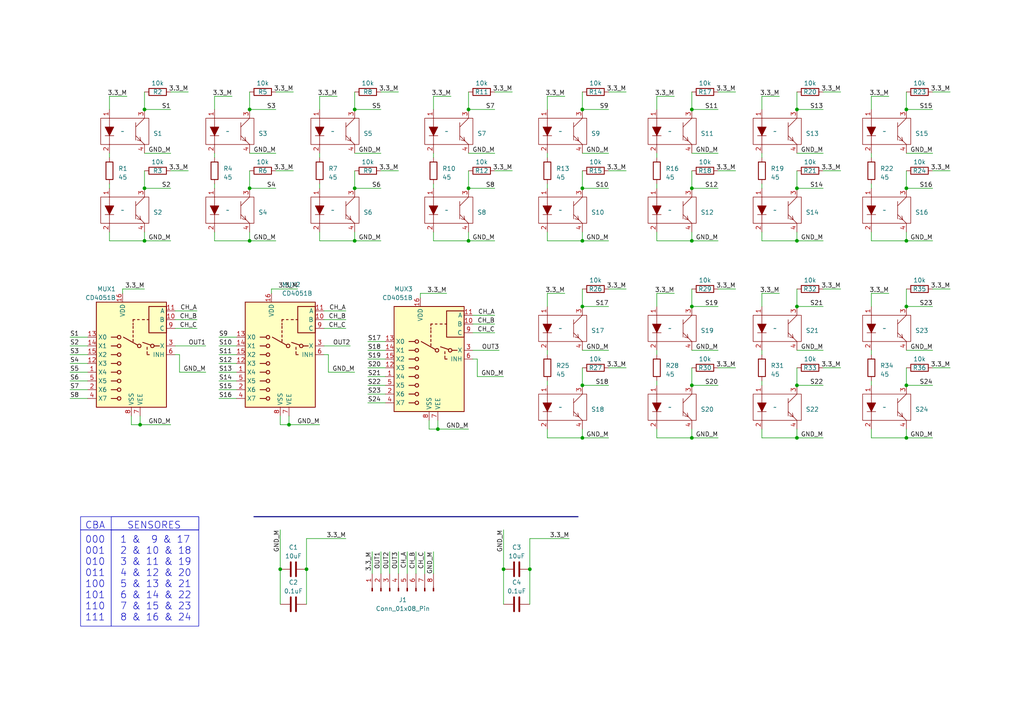
<source format=kicad_sch>
(kicad_sch (version 20231120) (generator "eeschema") (generator_version "8.0")
  (paper "A4")
  (lib_symbols
    (symbol "Connector:Conn_01x08_Pin" (pin_names (offset 1.016) hide)
      (property "Reference" "J" (at 0 10.16 0))
      (property "Value" "Conn_01x08_Pin" (at 0 -12.7 0))
      (symbol "Conn_01x08_Pin_1_1"
        (polyline (pts (xy 1.27 -10.16) (xy 0.8636 -10.16)) (stroke (width 0.1524)))
        (polyline (pts (xy 1.27 -7.62) (xy 0.8636 -7.62)) (stroke (width 0.1524)))
        (polyline (pts (xy 1.27 -5.08) (xy 0.8636 -5.08)) (stroke (width 0.1524)))
        (polyline (pts (xy 1.27 -2.54) (xy 0.8636 -2.54)) (stroke (width 0.1524)))
        (polyline (pts (xy 1.27 0) (xy 0.8636 0)) (stroke (width 0.1524)))
        (polyline (pts (xy 1.27 2.54) (xy 0.8636 2.54)) (stroke (width 0.1524)))
        (polyline (pts (xy 1.27 5.08) (xy 0.8636 5.08)) (stroke (width 0.1524)))
        (polyline (pts (xy 1.27 7.62) (xy 0.8636 7.62)) (stroke (width 0.1524)))
        (rectangle (start 0.8636 -10.033) (end 0 -10.287) (stroke (width 0.1524)) (fill (type outline)))
        (rectangle (start 0.8636 -7.493) (end 0 -7.747) (stroke (width 0.1524)) (fill (type outline)))
        (rectangle (start 0.8636 -4.953) (end 0 -5.207) (stroke (width 0.1524)) (fill (type outline)))
        (rectangle (start 0.8636 -2.413) (end 0 -2.667) (stroke (width 0.1524)) (fill (type outline)))
        (rectangle (start 0.8636 0.127) (end 0 -0.127) (stroke (width 0.1524)) (fill (type outline)))
        (rectangle (start 0.8636 2.667) (end 0 2.413) (stroke (width 0.1524)) (fill (type outline)))
        (rectangle (start 0.8636 5.207) (end 0 4.953) (stroke (width 0.1524)) (fill (type outline)))
        (rectangle (start 0.8636 7.747) (end 0 7.493) (stroke (width 0.1524)) (fill (type outline)))
        (pin passive line (at 5.08 7.62 180) (length 3.81) (name "Pin_1") (number "1"))
        (pin passive line (at 5.08 5.08 180) (length 3.81) (name "Pin_2") (number "2"))
        (pin passive line (at 5.08 2.54 180) (length 3.81) (name "Pin_3") (number "3"))
        (pin passive line (at 5.08 0 180) (length 3.81) (name "Pin_4") (number "4"))
        (pin passive line (at 5.08 -2.54 180) (length 3.81) (name "Pin_5") (number "5"))
        (pin passive line (at 5.08 -5.08 180) (length 3.81) (name "Pin_6") (number "6"))
        (pin passive line (at 5.08 -7.62 180) (length 3.81) (name "Pin_7") (number "7"))
        (pin passive line (at 5.08 -10.16 180) (length 3.81) (name "Pin_8") (number "8"))
      )
    )
    (symbol "Device:C" (pin_numbers hide) (pin_names (offset 0.254))
      (property "Reference" "C" (at 0.635 2.54 0))
      (property "Value" "C" (at 0.635 -2.54 0))
      (symbol "C_0_1"
        (polyline (pts (xy -2.032 -0.762) (xy 2.032 -0.762)) (stroke (width 0.508)))
        (polyline (pts (xy -2.032 0.762) (xy 2.032 0.762)) (stroke (width 0.508)))
      )
      (symbol "C_1_1"
        (pin passive line (at 0 3.81 270) (length 2.794) (name "~") (number "1"))
        (pin passive line (at 0 -3.81 90) (length 2.794) (name "~") (number "2"))
      )
    )
    (symbol "Device:R" (pin_numbers hide) (pin_names (offset 0))
      (property "Reference" "R" (at 2.032 0 90))
      (property "Value" "R" (at 0 0 90))
      (symbol "R_0_1"
        (rectangle (start -1.016 -2.54) (end 1.016 2.54) (stroke (width 0.254)))
      )
      (symbol "R_1_1"
        (pin passive line (at 0 3.81 270) (length 1.27) (name "~") (number "1"))
        (pin passive line (at 0 -3.81 90) (length 1.27) (name "~") (number "2"))
      )
    )
    (symbol "R_1" (pin_numbers hide) (pin_names (offset 0))
      (property "Reference" "R2" (at 0 0 90))
      (property "Value" "10k" (at 2.54 0 90))
      (symbol "R_1_0_1"
        (rectangle (start -1.016 -2.54) (end 1.016 2.54) (stroke (width 0.254)))
      )
      (symbol "R_1_1_1"
        (pin passive line (at 0 3.81 270) (length 1.27) (name "~") (number "1"))
        (pin passive line (at 0 -3.81 90) (length 1.27) (name "~") (number "2"))
      )
    )
    (symbol "custom_symbols:ITR8307_SMD"
      (property "Reference" "S1" (at 8.89 -0.635 0))
      (property "Value" "~" (at 0 0 0))
      (symbol "ITR8307_SMD_0_1"
        (rectangle (start -6.35 3.81) (end 7.62 -3.81))
        (polyline (pts (xy -5.08 -1.27) (xy -2.54 -1.27)))
        (polyline (pts (xy -3.81 3.81) (xy -3.81 -3.81)))
        (polyline (pts (xy 3.81 2.54) (xy 3.81 -2.54)))
        (polyline (pts (xy 5.2578 -2.7686) (xy 4.2164 -2.4892)))
        (polyline (pts (xy 5.2832 -2.7178) (xy 5.0292 -1.6764)))
        (polyline (pts (xy 6.35 -3.81) (xy 3.81 -1.27)))
        (polyline (pts (xy 6.35 3.81) (xy 3.81 1.27)))
        (polyline (pts (xy -5.08 1.27) (xy -2.54 1.27) (xy -3.81 -1.27) (xy -5.08 1.27)) (fill (type outline)))
      )
      (symbol "ITR8307_SMD_1_1"
        (pin input line (at -3.81 6.35 270) (length 2.54) (name "~") (number "1"))
        (pin power_in line (at -3.81 -6.35 90) (length 2.54) (name "~") (number "2"))
        (pin open_collector line (at 6.35 6.35 270) (length 2.54) (name "~") (number "3"))
        (pin power_in line (at 6.35 -6.35 90) (length 2.54) (name "~") (number "4"))
      )
    )
    (symbol "custom_symbols:MUX_CD4051B"
      (property "Reference" "MUX1" (at 4.4959 19.05 0))
      (property "Value" "CD4051B" (at 4.4959 16.51 0))
      (symbol "MUX_CD4051B_0_1"
        (rectangle (start -10.16 6.35) (end -5.08 13.97) (stroke (width 0.254)))
        (rectangle (start -10.16 15.24) (end 10.16 -15.24) (stroke (width 0.254)) (fill (type background)))
        (circle (center -6.096 2.54) (radius 0.508) (stroke (width 0.254)))
        (circle (center -2.286 2.54) (radius 0.508) (stroke (width 0.254)))
        (polyline (pts (xy -8.128 2.54) (xy -6.604 2.54)) (stroke (width 0.254)))
        (polyline (pts (xy -5.588 2.794) (xy -3.302 3.556)) (stroke (width 0.254)))
        (polyline (pts (xy -4.572 0) (xy -5.207 0)) (stroke (width 0.254)))
        (polyline (pts (xy -4.572 0.254) (xy -4.572 0.889)) (stroke (width 0.254)))
        (polyline (pts (xy -4.572 1.524) (xy -4.572 2.159)) (stroke (width 0.254)))
        (polyline (pts (xy -4.572 10.16) (xy -5.08 10.16)) (stroke (width 0.254)))
        (polyline (pts (xy -3.81 10.16) (xy -3.175 10.16)) (stroke (width 0.254)))
        (polyline (pts (xy -1.778 2.794) (xy 2.286 5.08)) (stroke (width 0.254)))
        (polyline (pts (xy -1.778 10.16) (xy -2.286 10.16)) (stroke (width 0.254)))
        (polyline (pts (xy -0.508 3.81) (xy -0.508 4.445)) (stroke (width 0.254)))
        (polyline (pts (xy -0.508 5.08) (xy -0.508 5.715)) (stroke (width 0.254)))
        (polyline (pts (xy -0.508 6.35) (xy -0.508 6.985)) (stroke (width 0.254)))
        (polyline (pts (xy -0.508 7.62) (xy -0.508 8.255)) (stroke (width 0.254)))
        (polyline (pts (xy -0.508 8.636) (xy -0.508 9.144)) (stroke (width 0.254)))
        (polyline (pts (xy -0.508 9.652) (xy -0.508 10.16)) (stroke (width 0.254)))
        (polyline (pts (xy -0.508 10.16) (xy -1.016 10.16)) (stroke (width 0.254)))
        (polyline (pts (xy 4.064 -12.7) (xy 5.842 -12.7)) (stroke (width 0.254)))
        (polyline (pts (xy 4.064 -10.16) (xy 5.842 -10.16)) (stroke (width 0.254)))
        (polyline (pts (xy 4.064 -7.62) (xy 5.842 -7.62)) (stroke (width 0.254)))
        (polyline (pts (xy 4.064 -5.08) (xy 5.842 -5.08)) (stroke (width 0.254)))
        (polyline (pts (xy 4.064 -2.54) (xy 5.842 -2.54)) (stroke (width 0.254)))
        (polyline (pts (xy 4.064 0) (xy 5.842 0)) (stroke (width 0.254)))
        (polyline (pts (xy 4.064 2.54) (xy 5.842 2.54)) (stroke (width 0.254)))
        (polyline (pts (xy 4.064 5.08) (xy 5.842 5.08)) (stroke (width 0.254)))
        (circle (center 3.556 -12.7) (radius 0.508) (stroke (width 0.254)))
        (circle (center 3.556 -10.16) (radius 0.508) (stroke (width 0.254)))
        (circle (center 3.556 -7.62) (radius 0.508) (stroke (width 0.254)))
        (circle (center 3.556 -5.08) (radius 0.508) (stroke (width 0.254)))
        (circle (center 3.556 -2.54) (radius 0.508) (stroke (width 0.254)))
        (circle (center 3.556 0) (radius 0.508) (stroke (width 0.254)))
        (circle (center 3.556 2.54) (radius 0.508) (stroke (width 0.254)))
        (circle (center 3.556 5.08) (radius 0.508) (stroke (width 0.254)))
      )
      (symbol "MUX_CD4051B_1_1"
        (pin bidirectional line (at 12.7 -5.08 180) (length 2.54) (name "X4") (number "1"))
        (pin input line (at -12.7 10.16 0) (length 2.54) (name "B") (number "10"))
        (pin input line (at -12.7 12.7 0) (length 2.54) (name "A") (number "11"))
        (pin bidirectional line (at 12.7 -2.54 180) (length 2.54) (name "X3") (number "12"))
        (pin bidirectional line (at 12.7 5.08 180) (length 2.54) (name "X0") (number "13"))
        (pin bidirectional line (at 12.7 2.54 180) (length 2.54) (name "X1") (number "14"))
        (pin bidirectional line (at 12.7 0 180) (length 2.54) (name "X2") (number "15"))
        (pin power_in line (at 2.54 17.78 270) (length 2.54) (name "VDD") (number "16"))
        (pin bidirectional line (at 12.7 -10.16 180) (length 2.54) (name "X6") (number "2"))
        (pin bidirectional line (at -12.7 2.54 0) (length 2.54) (name "X") (number "3"))
        (pin bidirectional line (at 12.7 -12.7 180) (length 2.54) (name "X7") (number "4"))
        (pin bidirectional line (at 12.7 -7.62 180) (length 2.54) (name "X5") (number "5"))
        (pin input line (at -12.7 0 0) (length 2.54) (name "INH") (number "6"))
        (pin power_in line (at -2.54 -17.78 90) (length 2.54) (name "VEE") (number "7"))
        (pin power_in line (at 0 -17.78 90) (length 2.54) (name "VSS") (number "8"))
        (pin input line (at -12.7 7.62 0) (length 2.54) (name "C") (number "9"))
      )
    )
  )
  (junction (at 168.91 111.76))
  (junction (at 102.87 69.85))
  (junction (at 200.66 69.85))
  (junction (at 262.89 127))
  (junction (at 262.89 54.61))
  (junction (at 41.91 31.75))
  (junction (at 200.66 127))
  (junction (at 135.89 54.61))
  (junction (at 41.91 69.85))
  (junction (at 262.89 31.75))
  (junction (at 231.14 127))
  (junction (at 231.14 31.75))
  (junction (at 135.89 69.85))
  (junction (at 231.14 111.76))
  (junction (at 102.87 31.75))
  (junction (at 168.91 88.9))
  (junction (at 231.14 54.61))
  (junction (at 146.05 165.1))
  (junction (at 231.14 69.85))
  (junction (at 83.82 123.19))
  (junction (at 72.39 69.85))
  (junction (at 88.9 165.1))
  (junction (at 102.87 54.61))
  (junction (at 72.39 54.61))
  (junction (at 81.28 165.1))
  (junction (at 262.89 88.9))
  (junction (at 40.64 123.19))
  (junction (at 135.89 31.75))
  (junction (at 200.66 31.75))
  (junction (at 168.91 31.75))
  (junction (at 200.66 88.9))
  (junction (at 231.14 88.9))
  (junction (at 127 124.46))
  (junction (at 72.39 31.75))
  (junction (at 200.66 111.76))
  (junction (at 153.67 165.1))
  (junction (at 168.91 69.85))
  (junction (at 168.91 54.61))
  (junction (at 262.89 111.76))
  (junction (at 168.91 127))
  (junction (at 41.91 54.61))
  (junction (at 200.66 54.61))
  (junction (at 262.89 69.85))
  (wire (pts (xy 168.91 127) (xy 168.91 124.46)))
  (wire (pts (xy 208.28 26.67) (xy 213.36 26.67)))
  (wire (pts (xy 72.39 26.67) (xy 72.39 31.75)))
  (wire (pts (xy 72.39 54.61) (xy 80.01 54.61)))
  (wire (pts (xy 41.91 44.45) (xy 49.53 44.45)))
  (wire (pts (xy 135.89 49.53) (xy 135.89 54.61)))
  (wire (pts (xy 200.66 31.75) (xy 208.28 31.75)))
  (wire (pts (xy 231.14 127) (xy 231.14 124.46)))
  (wire (pts (xy 41.91 26.67) (xy 41.91 31.75)))
  (wire (pts (xy 127 121.92) (xy 127 124.46)))
  (wire (pts (xy 238.76 106.68) (xy 243.84 106.68)))
  (wire (pts (xy 220.98 85.09) (xy 220.98 88.9)))
  (wire (pts (xy 158.75 127) (xy 168.91 127)))
  (wire (pts (xy 41.91 31.75) (xy 49.53 31.75)))
  (wire (pts (xy 35.56 83.82) (xy 35.56 85.09)))
  (wire (pts (xy 31.75 53.34) (xy 31.75 54.61)))
  (wire (pts (xy 158.75 85.09) (xy 158.75 88.9)))
  (wire (pts (xy 110.49 26.67) (xy 115.57 26.67)))
  (wire (pts (xy 125.73 27.94) (xy 130.81 27.94)))
  (wire (pts (xy 127 124.46) (xy 135.89 124.46)))
  (wire (pts (xy 86.36 83.82) (xy 78.74 83.82)))
  (wire (pts (xy 92.71 27.94) (xy 92.71 31.75)))
  (wire (pts (xy 262.89 69.85) (xy 262.89 67.31)))
  (wire (pts (xy 176.53 127) (xy 168.91 127)))
  (wire (pts (xy 62.23 27.94) (xy 67.31 27.94)))
  (wire (pts (xy 231.14 26.67) (xy 231.14 31.75)))
  (wire (pts (xy 252.73 44.45) (xy 252.73 45.72)))
  (wire (pts (xy 20.32 97.79) (xy 25.4 97.79)))
  (wire (pts (xy 238.76 83.82) (xy 243.84 83.82)))
  (wire (pts (xy 231.14 54.61) (xy 238.76 54.61)))
  (wire (pts (xy 231.14 101.6) (xy 238.76 101.6)))
  (wire (pts (xy 50.8 100.33) (xy 59.69 100.33)))
  (wire (pts (xy 20.32 100.33) (xy 25.4 100.33)))
  (wire (pts (xy 168.91 26.67) (xy 168.91 31.75)))
  (wire (pts (xy 102.87 31.75) (xy 110.49 31.75)))
  (wire (pts (xy 20.32 115.57) (xy 25.4 115.57)))
  (wire (pts (xy 41.91 49.53) (xy 41.91 54.61)))
  (wire (pts (xy 208.28 49.53) (xy 213.36 49.53)))
  (wire (pts (xy 220.98 127) (xy 231.14 127)))
  (wire (pts (xy 50.8 92.71) (xy 57.15 92.71)))
  (wire (pts (xy 176.53 69.85) (xy 168.91 69.85)))
  (wire (pts (xy 63.5 115.57) (xy 68.58 115.57)))
  (wire (pts (xy 190.5 85.09) (xy 195.58 85.09)))
  (wire (pts (xy 146.05 165.1) (xy 146.05 175.26)))
  (wire (pts (xy 41.91 69.85) (xy 41.91 67.31)))
  (wire (pts (xy 80.01 26.67) (xy 85.09 26.67)))
  (wire (pts (xy 31.75 67.31) (xy 31.75 69.85)))
  (wire (pts (xy 262.89 127) (xy 262.89 124.46)))
  (wire (pts (xy 118.11 160.02) (xy 118.11 166.37)))
  (wire (pts (xy 200.66 111.76) (xy 208.28 111.76)))
  (wire (pts (xy 190.5 85.09) (xy 190.5 88.9)))
  (wire (pts (xy 231.14 88.9) (xy 238.76 88.9)))
  (wire (pts (xy 125.73 69.85) (xy 135.89 69.85)))
  (wire (pts (xy 92.71 67.31) (xy 92.71 69.85)))
  (wire (pts (xy 190.5 27.94) (xy 190.5 31.75)))
  (wire (pts (xy 158.75 69.85) (xy 168.91 69.85)))
  (wire (pts (xy 93.98 95.25) (xy 100.33 95.25)))
  (wire (pts (xy 158.75 27.94) (xy 158.75 31.75)))
  (wire (pts (xy 129.54 85.09) (xy 121.92 85.09)))
  (wire (pts (xy 153.67 165.1) (xy 153.67 175.26)))
  (wire (pts (xy 165.1 156.21) (xy 153.67 156.21)))
  (wire (pts (xy 270.51 106.68) (xy 275.59 106.68)))
  (wire (pts (xy 92.71 27.94) (xy 97.79 27.94)))
  (wire (pts (xy 20.32 113.03) (xy 25.4 113.03)))
  (wire (pts (xy 158.75 27.94) (xy 163.83 27.94)))
  (wire (pts (xy 63.5 107.95) (xy 68.58 107.95)))
  (wire (pts (xy 102.87 54.61) (xy 110.49 54.61)))
  (wire (pts (xy 93.98 90.17) (xy 100.33 90.17)))
  (wire (pts (xy 63.5 100.33) (xy 68.58 100.33)))
  (wire (pts (xy 158.75 53.34) (xy 158.75 54.61)))
  (wire (pts (xy 92.71 44.45) (xy 92.71 45.72)))
  (wire (pts (xy 238.76 26.67) (xy 243.84 26.67)))
  (wire (pts (xy 20.32 110.49) (xy 25.4 110.49)))
  (wire (pts (xy 190.5 67.31) (xy 190.5 69.85)))
  (wire (pts (xy 81.28 123.19) (xy 83.82 123.19)))
  (wire (pts (xy 252.73 101.6) (xy 252.73 102.87)))
  (wire (pts (xy 238.76 127) (xy 231.14 127)))
  (wire (pts (xy 63.5 110.49) (xy 68.58 110.49)))
  (wire (pts (xy 200.66 69.85) (xy 200.66 67.31)))
  (wire (pts (xy 168.91 31.75) (xy 176.53 31.75)))
  (wire (pts (xy 72.39 44.45) (xy 80.01 44.45)))
  (wire (pts (xy 63.5 102.87) (xy 68.58 102.87)))
  (wire (pts (xy 106.68 99.06) (xy 111.76 99.06)))
  (wire (pts (xy 80.01 69.85) (xy 72.39 69.85)))
  (wire (pts (xy 262.89 83.82) (xy 262.89 88.9)))
  (wire (pts (xy 59.69 107.95) (xy 52.07 107.95)))
  (wire (pts (xy 262.89 111.76) (xy 270.51 111.76)))
  (wire (pts (xy 208.28 106.68) (xy 213.36 106.68)))
  (wire (pts (xy 102.87 49.53) (xy 102.87 54.61)))
  (wire (pts (xy 168.91 44.45) (xy 176.53 44.45)))
  (wire (pts (xy 252.73 127) (xy 262.89 127)))
  (wire (pts (xy 231.14 44.45) (xy 238.76 44.45)))
  (wire (pts (xy 102.87 44.45) (xy 110.49 44.45)))
  (wire (pts (xy 137.16 96.52) (xy 143.51 96.52)))
  (wire (pts (xy 190.5 44.45) (xy 190.5 45.72)))
  (wire (pts (xy 125.73 160.02) (xy 125.73 166.37)))
  (wire (pts (xy 80.01 49.53) (xy 85.09 49.53)))
  (wire (pts (xy 81.28 165.1) (xy 81.28 175.26)))
  (wire (pts (xy 50.8 95.25) (xy 57.15 95.25)))
  (wire (pts (xy 168.91 101.6) (xy 176.53 101.6)))
  (wire (pts (xy 144.78 101.6) (xy 137.16 101.6)))
  (wire (pts (xy 72.39 31.75) (xy 80.01 31.75)))
  (wire (pts (xy 88.9 156.21) (xy 88.9 165.1)))
  (wire (pts (xy 176.53 26.67) (xy 181.61 26.67)))
  (wire (pts (xy 220.98 101.6) (xy 220.98 102.87)))
  (wire (pts (xy 49.53 26.67) (xy 54.61 26.67)))
  (wire (pts (xy 115.57 160.02) (xy 115.57 166.37)))
  (wire (pts (xy 106.68 114.3) (xy 111.76 114.3)))
  (wire (pts (xy 31.75 27.94) (xy 36.83 27.94)))
  (wire (pts (xy 262.89 101.6) (xy 270.51 101.6)))
  (wire (pts (xy 63.5 97.79) (xy 68.58 97.79)))
  (wire (pts (xy 50.8 90.17) (xy 57.15 90.17)))
  (wire (pts (xy 190.5 127) (xy 200.66 127)))
  (wire (pts (xy 220.98 110.49) (xy 220.98 111.76)))
  (wire (pts (xy 41.91 54.61) (xy 49.53 54.61)))
  (wire (pts (xy 40.64 123.19) (xy 49.53 123.19)))
  (wire (pts (xy 81.28 120.65) (xy 81.28 123.19)))
  (wire (pts (xy 38.1 123.19) (xy 40.64 123.19)))
  (wire (pts (xy 252.73 27.94) (xy 257.81 27.94)))
  (wire (pts (xy 123.19 160.02) (xy 123.19 166.37)))
  (wire (pts (xy 200.66 83.82) (xy 200.66 88.9)))
  (wire (pts (xy 168.91 88.9) (xy 176.53 88.9)))
  (wire (pts (xy 262.89 106.68) (xy 262.89 111.76)))
  (wire (pts (xy 95.25 102.87) (xy 95.25 107.95)))
  (wire (pts (xy 238.76 69.85) (xy 231.14 69.85)))
  (wire (pts (xy 252.73 85.09) (xy 257.81 85.09)))
  (wire (pts (xy 88.9 165.1) (xy 88.9 175.26)))
  (wire (pts (xy 231.14 69.85) (xy 231.14 67.31)))
  (wire (pts (xy 135.89 54.61) (xy 143.51 54.61)))
  (wire (pts (xy 168.91 106.68) (xy 168.91 111.76)))
  (wire (pts (xy 41.91 83.82) (xy 35.56 83.82)))
  (wire (pts (xy 100.33 156.21) (xy 88.9 156.21)))
  (wire (pts (xy 52.07 102.87) (xy 52.07 107.95)))
  (wire (pts (xy 220.98 124.46) (xy 220.98 127)))
  (wire (pts (xy 168.91 83.82) (xy 168.91 88.9)))
  (wire (pts (xy 93.98 102.87) (xy 95.25 102.87)))
  (wire (pts (xy 92.71 53.34) (xy 92.71 54.61)))
  (wire (pts (xy 31.75 27.94) (xy 31.75 31.75)))
  (wire (pts (xy 106.68 116.84) (xy 111.76 116.84)))
  (wire (pts (xy 146.05 109.22) (xy 138.43 109.22)))
  (wire (pts (xy 62.23 44.45) (xy 62.23 45.72)))
  (wire (pts (xy 262.89 88.9) (xy 270.51 88.9)))
  (wire (pts (xy 92.71 69.85) (xy 102.87 69.85)))
  (wire (pts (xy 208.28 69.85) (xy 200.66 69.85)))
  (wire (pts (xy 20.32 107.95) (xy 25.4 107.95)))
  (wire (pts (xy 125.73 44.45) (xy 125.73 45.72)))
  (wire (pts (xy 252.73 69.85) (xy 262.89 69.85)))
  (wire (pts (xy 106.68 101.6) (xy 111.76 101.6)))
  (wire (pts (xy 190.5 110.49) (xy 190.5 111.76)))
  (wire (pts (xy 72.39 69.85) (xy 72.39 67.31)))
  (wire (pts (xy 83.82 123.19) (xy 92.71 123.19)))
  (wire (pts (xy 137.16 104.14) (xy 138.43 104.14)))
  (wire (pts (xy 78.74 83.82) (xy 78.74 85.09)))
  (wire (pts (xy 102.87 107.95) (xy 95.25 107.95)))
  (wire (pts (xy 200.66 106.68) (xy 200.66 111.76)))
  (wire (pts (xy 168.91 69.85) (xy 168.91 67.31)))
  (wire (pts (xy 83.82 120.65) (xy 83.82 123.19)))
  (wire (pts (xy 110.49 49.53) (xy 115.57 49.53)))
  (wire (pts (xy 40.64 120.65) (xy 40.64 123.19)))
  (wire (pts (xy 200.66 54.61) (xy 208.28 54.61)))
  (wire (pts (xy 270.51 69.85) (xy 262.89 69.85)))
  (wire (pts (xy 270.51 26.67) (xy 275.59 26.67)))
  (wire (pts (xy 200.66 49.53) (xy 200.66 54.61)))
  (wire (pts (xy 231.14 111.76) (xy 238.76 111.76)))
  (wire (pts (xy 220.98 85.09) (xy 226.06 85.09)))
  (wire (pts (xy 49.53 49.53) (xy 54.61 49.53)))
  (wire (pts (xy 220.98 27.94) (xy 226.06 27.94)))
  (wire (pts (xy 93.98 92.71) (xy 100.33 92.71)))
  (wire (pts (xy 158.75 124.46) (xy 158.75 127)))
  (wire (pts (xy 110.49 69.85) (xy 102.87 69.85)))
  (wire (pts (xy 137.16 93.98) (xy 143.51 93.98)))
  (wire (pts (xy 176.53 83.82) (xy 181.61 83.82)))
  (wire (pts (xy 153.67 156.21) (xy 153.67 165.1)))
  (wire (pts (xy 135.89 31.75) (xy 143.51 31.75)))
  (wire (pts (xy 270.51 127) (xy 262.89 127)))
  (wire (pts (xy 190.5 124.46) (xy 190.5 127)))
  (wire (pts (xy 262.89 31.75) (xy 270.51 31.75)))
  (wire (pts (xy 137.16 91.44) (xy 143.51 91.44)))
  (wire (pts (xy 238.76 49.53) (xy 243.84 49.53)))
  (wire (pts (xy 158.75 110.49) (xy 158.75 111.76)))
  (wire (pts (xy 176.53 49.53) (xy 181.61 49.53)))
  (wire (pts (xy 135.89 69.85) (xy 135.89 67.31)))
  (wire (pts (xy 138.43 104.14) (xy 138.43 109.22)))
  (wire (pts (xy 124.46 121.92) (xy 124.46 124.46)))
  (wire (pts (xy 208.28 127) (xy 200.66 127)))
  (wire (pts (xy 121.92 85.09) (xy 121.92 86.36)))
  (bus (pts (xy 73.66 149.86) (xy 167.64 149.86)))
  (wire (pts (xy 231.14 106.68) (xy 231.14 111.76)))
  (wire (pts (xy 20.32 102.87) (xy 25.4 102.87)))
  (wire (pts (xy 146.05 153.67) (xy 146.05 165.1)))
  (wire (pts (xy 31.75 69.85) (xy 41.91 69.85)))
  (wire (pts (xy 190.5 53.34) (xy 190.5 54.61)))
  (wire (pts (xy 190.5 27.94) (xy 195.58 27.94)))
  (wire (pts (xy 200.66 44.45) (xy 208.28 44.45)))
  (wire (pts (xy 200.66 26.67) (xy 200.66 31.75)))
  (wire (pts (xy 143.51 49.53) (xy 148.59 49.53)))
  (wire (pts (xy 220.98 27.94) (xy 220.98 31.75)))
  (wire (pts (xy 262.89 54.61) (xy 270.51 54.61)))
  (wire (pts (xy 62.23 67.31) (xy 62.23 69.85)))
  (wire (pts (xy 158.75 85.09) (xy 163.83 85.09)))
  (wire (pts (xy 252.73 110.49) (xy 252.73 111.76)))
  (wire (pts (xy 81.28 153.67) (xy 81.28 165.1)))
  (wire (pts (xy 106.68 109.22) (xy 111.76 109.22)))
  (wire (pts (xy 31.75 44.45) (xy 31.75 45.72)))
  (wire (pts (xy 106.68 106.68) (xy 111.76 106.68)))
  (wire (pts (xy 158.75 44.45) (xy 158.75 45.72)))
  (wire (pts (xy 231.14 31.75) (xy 238.76 31.75)))
  (wire (pts (xy 125.73 53.34) (xy 125.73 54.61)))
  (wire (pts (xy 208.28 83.82) (xy 213.36 83.82)))
  (wire (pts (xy 63.5 105.41) (xy 68.58 105.41)))
  (wire (pts (xy 252.73 124.46) (xy 252.73 127)))
  (wire (pts (xy 62.23 53.34) (xy 62.23 54.61)))
  (wire (pts (xy 252.73 67.31) (xy 252.73 69.85)))
  (wire (pts (xy 220.98 67.31) (xy 220.98 69.85)))
  (wire (pts (xy 252.73 85.09) (xy 252.73 88.9)))
  (wire (pts (xy 20.32 105.41) (xy 25.4 105.41)))
  (wire (pts (xy 63.5 113.03) (xy 68.58 113.03)))
  (wire (pts (xy 62.23 27.94) (xy 62.23 31.75)))
  (wire (pts (xy 168.91 111.76) (xy 176.53 111.76)))
  (wire (pts (xy 262.89 26.67) (xy 262.89 31.75)))
  (wire (pts (xy 143.51 26.67) (xy 148.59 26.67)))
  (wire (pts (xy 106.68 104.14) (xy 111.76 104.14)))
  (wire (pts (xy 220.98 53.34) (xy 220.98 54.61)))
  (wire (pts (xy 113.03 160.02) (xy 113.03 166.37)))
  (wire (pts (xy 125.73 67.31) (xy 125.73 69.85)))
  (wire (pts (xy 190.5 101.6) (xy 190.5 102.87)))
  (wire (pts (xy 135.89 44.45) (xy 143.51 44.45)))
  (wire (pts (xy 101.6 100.33) (xy 93.98 100.33)))
  (wire (pts (xy 200.66 88.9) (xy 208.28 88.9)))
  (wire (pts (xy 252.73 27.94) (xy 252.73 31.75)))
  (wire (pts (xy 38.1 120.65) (xy 38.1 123.19)))
  (wire (pts (xy 158.75 67.31) (xy 158.75 69.85)))
  (wire (pts (xy 262.89 44.45) (xy 270.51 44.45)))
  (wire (pts (xy 72.39 49.53) (xy 72.39 54.61)))
  (wire (pts (xy 120.65 160.02) (xy 120.65 166.37)))
  (wire (pts (xy 143.51 69.85) (xy 135.89 69.85)))
  (wire (pts (xy 176.53 106.68) (xy 181.61 106.68)))
  (wire (pts (xy 168.91 54.61) (xy 176.53 54.61)))
  (wire (pts (xy 102.87 26.67) (xy 102.87 31.75)))
  (wire (pts (xy 106.68 111.76) (xy 111.76 111.76)))
  (wire (pts (xy 252.73 53.34) (xy 252.73 54.61)))
  (wire (pts (xy 125.73 27.94) (xy 125.73 31.75)))
  (wire (pts (xy 124.46 124.46) (xy 127 124.46)))
  (wire (pts (xy 62.23 69.85) (xy 72.39 69.85)))
  (wire (pts (xy 110.49 160.02) (xy 110.49 166.37)))
  (wire (pts (xy 49.53 69.85) (xy 41.91 69.85)))
  (wire (pts (xy 200.66 127) (xy 200.66 124.46)))
  (wire (pts (xy 190.5 69.85) (xy 200.66 69.85)))
  (wire (pts (xy 135.89 26.67) (xy 135.89 31.75)))
  (wire (pts (xy 50.8 102.87) (xy 52.07 102.87)))
  (wire (pts (xy 220.98 44.45) (xy 220.98 45.72)))
  (wire (pts (xy 231.14 83.82) (xy 231.14 88.9)))
  (wire (pts (xy 158.75 101.6) (xy 158.75 102.87)))
  (wire (pts (xy 262.89 49.53) (xy 262.89 54.61)))
  (wire (pts (xy 220.98 69.85) (xy 231.14 69.85)))
  (wire (pts (xy 270.51 49.53) (xy 275.59 49.53)))
  (wire (pts (xy 270.51 83.82) (xy 275.59 83.82)))
  (wire (pts (xy 231.14 49.53) (xy 231.14 54.61)))
  (wire (pts (xy 107.95 160.02) (xy 107.95 166.37)))
  (wire (pts (xy 168.91 49.53) (xy 168.91 54.61)))
  (wire (pts (xy 200.66 101.6) (xy 208.28 101.6)))
  (wire (pts (xy 102.87 69.85) (xy 102.87 67.31)))
  (rectangle (start 23.368 149.86) (end 57.658 153.67))
  (rectangle (start 32.258 149.86) (end 57.658 153.67))
  (rectangle (start 23.368 153.67) (end 32.258 181.61))
  (rectangle (start 32.258 153.67) (end 57.658 181.61))
  (text "SENSORES" (at 36.83 153.67 0) (effects (font (size 2 2)) (justify left bottom)))
  (text "000\n001\n010\n011\n100\n101\n110\n111" (at 24.638 180.34 0) (effects (font (size 2 2)) (justify left bottom)))
  (text "1 &  9 & 17\n2 & 10 & 18\n3 & 11 & 19\n4 & 12 & 20\n5 & 13 & 21\n6 & 14 & 22\n7 & 15 & 23\n8 & 16 & 24" (at 34.798 180.34 0) (effects (font (size 2 2)) (justify left bottom)))
  (text "CBA" (at 24.638 153.67 0) (effects (font (size 2 2)) (justify left bottom)))
  (label "S23" (at 270.51 88.9 180))
  (label "3.3_M" (at 130.81 27.94 180))
  (label "3.3_M" (at 115.57 26.67 180))
  (label "GND_M" (at 143.51 69.85 180))
  (label "S7" (at 143.51 31.75 180))
  (label "3.3_M" (at 181.61 49.53 180))
  (label "S11" (at 208.28 31.75 180))
  (label "3.3_M" (at 226.06 85.09 180))
  (label "OUT2" (at 113.03 160.02 270))
  (label "3.3_M" (at 85.09 26.67 180))
  (label "CH_B" (at 120.65 160.02 270))
  (label "3.3_M" (at 36.83 27.94 180))
  (label "OUT3" (at 115.57 160.02 270))
  (label "3.3_M" (at 243.84 83.82 180))
  (label "GND_M" (at 238.76 101.6 180))
  (label "CH_B" (at 57.15 92.71 180))
  (label "S20" (at 208.28 111.76 180))
  (label "OUT1" (at 59.69 100.33 180))
  (label "GND_M" (at 81.28 153.67 270))
  (label "S16" (at 270.51 54.61 180))
  (label "3.3_M" (at 86.36 83.82 180))
  (label "S5" (at 20.32 107.95 0))
  (label "3.3_M" (at 213.36 83.82 180))
  (label "S9" (at 63.5 97.79 0))
  (label "3.3_M" (at 41.91 83.82 180))
  (label "GND_M" (at 49.53 69.85 180))
  (label "3.3_M" (at 213.36 106.68 180))
  (label "GND_M" (at 270.51 127 180))
  (label "GND_M" (at 238.76 69.85 180))
  (label "3.3_M" (at 100.33 156.21 180))
  (label "S10" (at 63.5 100.33 0))
  (label "GND_M" (at 80.01 69.85 180))
  (label "CH_A" (at 57.15 90.17 180))
  (label "GND_M" (at 146.05 109.22 180))
  (label "GND_M" (at 270.51 101.6 180))
  (label "GND_M" (at 125.73 160.02 270))
  (label "3.3_M" (at 226.06 27.94 180))
  (label "S14" (at 63.5 110.49 0))
  (label "S2" (at 20.32 100.33 0))
  (label "GND_M" (at 92.71 123.19 180))
  (label "S9" (at 176.53 31.75 180))
  (label "3.3_M" (at 275.59 83.82 180))
  (label "3.3_M" (at 243.84 106.68 180))
  (label "OUT2" (at 101.6 100.33 180))
  (label "3.3_M" (at 243.84 26.67 180))
  (label "OUT3" (at 144.78 101.6 180))
  (label "S14" (at 238.76 54.61 180))
  (label "GND_M" (at 238.76 127 180))
  (label "S18" (at 106.68 101.6 0))
  (label "S12" (at 208.28 54.61 180))
  (label "S21" (at 238.76 88.9 180))
  (label "S10" (at 176.53 54.61 180))
  (label "CH_B" (at 100.33 92.71 180))
  (label "3.3_M" (at 213.36 26.67 180))
  (label "3.3_M" (at 107.95 160.02 270))
  (label "GND_M" (at 102.87 107.95 180))
  (label "GND_M" (at 176.53 69.85 180))
  (label "CH_C" (at 57.15 95.25 180))
  (label "3.3_M" (at 85.09 49.53 180))
  (label "S22" (at 106.68 111.76 0))
  (label "GND_M" (at 49.53 44.45 180))
  (label "S4" (at 20.32 105.41 0))
  (label "S18" (at 176.53 111.76 180))
  (label "CH_C" (at 143.51 96.52 180))
  (label "S6" (at 20.32 110.49 0))
  (label "CH_A" (at 100.33 90.17 180))
  (label "GND_M" (at 270.51 44.45 180))
  (label "S16" (at 63.5 115.57 0))
  (label "S2" (at 49.53 54.61 180))
  (label "3.3_M" (at 54.61 26.67 180))
  (label "GND_M" (at 59.69 107.95 180))
  (label "3.3_M" (at 115.57 49.53 180))
  (label "S22" (at 238.76 111.76 180))
  (label "3.3_M" (at 195.58 27.94 180))
  (label "3.3_M" (at 181.61 26.67 180))
  (label "GND_M" (at 80.01 44.45 180))
  (label "GND_M" (at 208.28 69.85 180))
  (label "GND_M" (at 135.89 124.46 180))
  (label "S13" (at 63.5 107.95 0))
  (label "S11" (at 63.5 102.87 0))
  (label "S23" (at 106.68 114.3 0))
  (label "GND_M" (at 176.53 127 180))
  (label "S5" (at 110.49 31.75 180))
  (label "S13" (at 238.76 31.75 180))
  (label "S1" (at 49.53 31.75 180))
  (label "3.3_M" (at 213.36 49.53 180))
  (label "3.3_M" (at 275.59 26.67 180))
  (label "3.3_M" (at 181.61 83.82 180))
  (label "S21" (at 106.68 109.22 0))
  (label "S24" (at 270.51 111.76 180))
  (label "S3" (at 80.01 31.75 180))
  (label "GND_M" (at 49.53 123.19 180))
  (label "CH_C" (at 100.33 95.25 180))
  (label "S7" (at 20.32 113.03 0))
  (label "GND_M" (at 176.53 44.45 180))
  (label "CH_A" (at 118.11 160.02 270))
  (label "GND_M" (at 270.51 69.85 180))
  (label "S15" (at 270.51 31.75 180))
  (label "S6" (at 110.49 54.61 180))
  (label "S19" (at 106.68 104.14 0))
  (label "3.3_M" (at 148.59 26.67 180))
  (label "S1" (at 20.32 97.79 0))
  (label "S12" (at 63.5 105.41 0))
  (label "CH_B" (at 143.51 93.98 180))
  (label "GND_M" (at 110.49 44.45 180))
  (label "3.3_M" (at 275.59 49.53 180))
  (label "3.3_M" (at 97.79 27.94 180))
  (label "GND_M" (at 208.28 127 180))
  (label "3.3_M" (at 129.54 85.09 180))
  (label "GND_M" (at 176.53 101.6 180))
  (label "3.3_M" (at 257.81 85.09 180))
  (label "3.3_M" (at 243.84 49.53 180))
  (label "S15" (at 63.5 113.03 0))
  (label "GND_M" (at 208.28 44.45 180))
  (label "3.3_M" (at 67.31 27.94 180))
  (label "GND_M" (at 110.49 69.85 180))
  (label "3.3_M" (at 257.81 27.94 180))
  (label "S8" (at 20.32 115.57 0))
  (label "S24" (at 106.68 116.84 0))
  (label "CH_A" (at 143.51 91.44 180))
  (label "S8" (at 143.51 54.61 180))
  (label "OUT1" (at 110.49 160.02 270))
  (label "GND_M" (at 208.28 101.6 180))
  (label "S3" (at 20.32 102.87 0))
  (label "3.3_M" (at 54.61 49.53 180))
  (label "3.3_M" (at 163.83 27.94 180))
  (label "GND_M" (at 238.76 44.45 180))
  (label "3.3_M" (at 163.83 85.09 180))
  (label "3.3_M" (at 165.1 156.21 180))
  (label "3.3_M" (at 148.59 49.53 180))
  (label "S17" (at 106.68 99.06 0))
  (label "3.3_M" (at 275.59 106.68 180))
  (label "S17" (at 176.53 88.9 180))
  (label "3.3_M" (at 195.58 85.09 180))
  (label "3.3_M" (at 181.61 106.68 180))
  (label "GND_M" (at 146.05 153.67 270))
  (label "S20" (at 106.68 106.68 0))
  (label "S19" (at 208.28 88.9 180))
  (label "CH_C" (at 123.19 160.02 270))
  (label "S4" (at 80.01 54.61 180))
  (label "GND_M" (at 143.51 44.45 180))
  (symbol (lib_id "custom_symbols:ITR8307_SMD") (at 194.31 38.1 0) (unit 1)
    (property "Reference" "S11" (at 203.2 38.735 0) (effects (justify left)))
    (property "Value" "~" (at 194.31 38.1 0))
    (property "Footprint" "custom_footprints:FujitoraBot2_QRE1113" (effects (hide yes)))
    (property "LCSC Part #" "C81632" (effects (hide yes)))
    (property "JLCPCB Rotation Offset" "180" (effects (hide yes)))
  )
  (symbol (lib_id "Device:R") (at 266.7 83.82 90) (unit 1)
    (property "Reference" "R35" (at 266.7 83.82 90))
    (property "Value" "10k" (at 266.7 81.28 90))
    (property "Footprint" "Resistor_SMD:R_0402_1005Metric_Pad0.72x0.64mm_HandSolder" (effects (hide yes)))
    (property "LCSC Part #" "C17414" (effects (hide yes)))
  )
  (symbol (lib_id "Device:R") (at 266.7 26.67 90) (unit 1)
    (property "Reference" "R23" (at 266.7 26.67 90))
    (property "Value" "10k" (at 266.7 24.13 90))
    (property "Footprint" "Resistor_SMD:R_0402_1005Metric_Pad0.72x0.64mm_HandSolder" (effects (hide yes)))
    (property "LCSC Part #" "C17414" (effects (hide yes)))
  )
  (symbol (lib_id "Device:R") (at 172.72 83.82 90) (unit 1)
    (property "Reference" "R26" (at 172.72 83.82 90))
    (property "Value" "10k" (at 172.72 81.28 90))
    (property "Footprint" "Resistor_SMD:R_0402_1005Metric_Pad0.72x0.64mm_HandSolder" (effects (hide yes)))
    (property "LCSC Part #" "C17414" (effects (hide yes)))
  )
  (symbol (lib_id "Device:C") (at 149.86 175.26 270) (unit 1)
    (property "Reference" "C4" (at 149.86 168.91 90))
    (property "Value" "0.1uF" (at 149.86 171.45 90))
    (property "Footprint" "Capacitor_SMD:C_0805_2012Metric_Pad1.18x1.45mm_HandSolder" (effects (hide yes)))
    (property "LCSC Part #" "C2847428" (effects (hide yes)))
  )
  (symbol (lib_id "Device:R") (at 190.5 106.68 0) (unit 1)
    (property "Reference" "R28" (at 193.04 106.045 0) (effects (justify left)))
    (property "Value" "45" (at 193.04 108.585 0) (effects (justify left)))
    (property "Footprint" "Resistor_SMD:R_0402_1005Metric_Pad0.72x0.64mm_HandSolder" (effects (hide yes)))
    (property "LCSC Part #" "C3017827" (effects (hide yes)))
  )
  (symbol (lib_id "Device:R") (at 31.75 49.53 0) (unit 1)
    (property "Reference" "R1" (at 34.29 48.895 0) (effects (justify left)))
    (property "Value" "45" (at 34.29 51.435 0) (effects (justify left)))
    (property "Footprint" "Resistor_SMD:R_0402_1005Metric_Pad0.72x0.64mm_HandSolder" (effects (hide yes)))
    (property "LCSC Part #" "C3017827" (effects (hide yes)))
  )
  (symbol (lib_id "custom_symbols:ITR8307_SMD") (at 66.04 38.1 0) (unit 1)
    (property "Reference" "S3" (at 74.93 38.735 0) (effects (justify left)))
    (property "Value" "~" (at 66.04 38.1 0))
    (property "Footprint" "custom_footprints:FujitoraBot2_QRE1113" (effects (hide yes)))
    (property "LCSC Part #" "C81632" (effects (hide yes)))
    (property "JLCPCB Rotation Offset" "180" (effects (hide yes)))
  )
  (symbol (lib_id "Device:R") (at 234.95 26.67 90) (unit 1)
    (property "Reference" "R20" (at 234.95 26.67 90))
    (property "Value" "10k" (at 234.95 24.13 90))
    (property "Footprint" "Resistor_SMD:R_0402_1005Metric_Pad0.72x0.64mm_HandSolder" (effects (hide yes)))
    (property "LCSC Part #" "C17414" (effects (hide yes)))
  )
  (symbol (lib_id "Device:R") (at 266.7 106.68 90) (unit 1)
    (property "Reference" "R36" (at 266.7 106.68 90))
    (property "Value" "10k" (at 266.7 104.14 90))
    (property "Footprint" "Resistor_SMD:R_0402_1005Metric_Pad0.72x0.64mm_HandSolder" (effects (hide yes)))
    (property "LCSC Part #" "C17414" (effects (hide yes)))
  )
  (symbol (lib_id "custom_symbols:ITR8307_SMD") (at 162.56 118.11 0) (unit 1)
    (property "Reference" "S18" (at 171.45 118.745 0) (effects (justify left)))
    (property "Value" "~" (at 162.56 118.11 0))
    (property "Footprint" "custom_footprints:FujitoraBot2_QRE1113" (effects (hide yes)))
    (property "LCSC Part #" "C81632" (effects (hide yes)))
    (property "JLCPCB Rotation Offset" "180" (effects (hide yes)))
  )
  (symbol (lib_id "Device:R") (at 76.2 49.53 90) (unit 1)
    (property "Reference" "R6" (at 76.2 49.53 90))
    (property "Value" "10k" (at 76.2 46.99 90))
    (property "Footprint" "Resistor_SMD:R_0402_1005Metric_Pad0.72x0.64mm_HandSolder" (effects (hide yes)))
    (property "LCSC Part #" "C17414" (effects (hide yes)))
  )
  (symbol (lib_id "Device:R") (at 158.75 49.53 0) (unit 1)
    (property "Reference" "R13" (at 161.29 48.895 0) (effects (justify left)))
    (property "Value" "45" (at 161.29 51.435 0) (effects (justify left)))
    (property "Footprint" "Resistor_SMD:R_0402_1005Metric_Pad0.72x0.64mm_HandSolder" (effects (hide yes)))
    (property "LCSC Part #" "C3017827" (effects (hide yes)))
  )
  (symbol (lib_id "custom_symbols:ITR8307_SMD") (at 224.79 118.11 0) (unit 1)
    (property "Reference" "S22" (at 233.68 118.745 0) (effects (justify left)))
    (property "Value" "~" (at 224.79 118.11 0))
    (property "Footprint" "custom_footprints:FujitoraBot2_QRE1113" (effects (hide yes)))
    (property "LCSC Part #" "C81632" (effects (hide yes)))
    (property "JLCPCB Rotation Offset" "180" (effects (hide yes)))
  )
  (symbol (lib_id "custom_symbols:MUX_CD4051B") (at 124.46 104.14 0) (mirror y) (unit 1)
    (property "Reference" "MUX3" (at 119.7259 83.82 0) (effects (justify left)))
    (property "Value" "CD4051B" (at 119.7259 86.36 0) (effects (justify left)))
    (property "Footprint" "custom_footprints:MUX_CD4051B" (effects (hide yes)))
    (property "Datasheet" "http://www.ti.com/lit/ds/symlink/cd4052b.pdf" (effects (hide yes)))
    (property "LCSC Part #" "C3007951" (effects (hide yes)))
    (property "JLCPCB Rotation Offset" "90" (effects (hide yes)))
  )
  (symbol (lib_id "Device:R") (at 106.68 26.67 90) (unit 1)
    (property "Reference" "R8" (at 106.68 26.67 90))
    (property "Value" "10k" (at 106.68 24.13 90))
    (property "Footprint" "Resistor_SMD:R_0402_1005Metric_Pad0.72x0.64mm_HandSolder" (effects (hide yes)))
    (property "LCSC Part #" "C17414" (effects (hide yes)))
  )
  (symbol (lib_id "custom_symbols:ITR8307_SMD") (at 96.52 38.1 0) (unit 1)
    (property "Reference" "S5" (at 105.41 38.735 0) (effects (justify left)))
    (property "Value" "~" (at 96.52 38.1 0))
    (property "Footprint" "custom_footprints:FujitoraBot2_QRE1113" (effects (hide yes)))
    (property "LCSC Part #" "C81632" (effects (hide yes)))
    (property "JLCPCB Rotation Offset" "180" (effects (hide yes)))
  )
  (symbol (lib_id "Device:R") (at 172.72 49.53 90) (unit 1)
    (property "Reference" "R15" (at 172.72 49.53 90))
    (property "Value" "10k" (at 172.72 46.99 90))
    (property "Footprint" "Resistor_SMD:R_0402_1005Metric_Pad0.72x0.64mm_HandSolder" (effects (hide yes)))
    (property "LCSC Part #" "C17414" (effects (hide yes)))
  )
  (symbol (lib_id "Device:R") (at 204.47 26.67 90) (unit 1)
    (property "Reference" "R17" (at 204.47 26.67 90))
    (property "Value" "10k" (at 204.47 24.13 90))
    (property "Footprint" "Resistor_SMD:R_0402_1005Metric_Pad0.72x0.64mm_HandSolder" (effects (hide yes)))
    (property "LCSC Part #" "C17414" (effects (hide yes)))
  )
  (symbol (lib_id "Device:R") (at 172.72 26.67 90) (unit 1)
    (property "Reference" "R14" (at 172.72 26.67 90))
    (property "Value" "10k" (at 172.72 24.13 90))
    (property "Footprint" "Resistor_SMD:R_0402_1005Metric_Pad0.72x0.64mm_HandSolder" (effects (hide yes)))
    (property "LCSC Part #" "C17414" (effects (hide yes)))
  )
  (symbol (lib_id "Device:R") (at 139.7 26.67 90) (unit 1)
    (property "Reference" "R11" (at 139.7 26.67 90))
    (property "Value" "10k" (at 139.7 24.13 90))
    (property "Footprint" "Resistor_SMD:R_0402_1005Metric_Pad0.72x0.64mm_HandSolder" (effects (hide yes)))
    (property "LCSC Part #" "C17414" (effects (hide yes)))
  )
  (symbol (lib_id "custom_symbols:ITR8307_SMD") (at 66.04 60.96 0) (unit 1)
    (property "Reference" "S4" (at 74.93 61.595 0) (effects (justify left)))
    (property "Value" "~" (at 66.04 60.96 0))
    (property "Footprint" "custom_footprints:FujitoraBot2_QRE1113" (effects (hide yes)))
    (property "LCSC Part #" "C81632" (effects (hide yes)))
    (property "JLCPCB Rotation Offset" "180" (effects (hide yes)))
  )
  (symbol (lib_id "Device:R") (at 266.7 49.53 90) (unit 1)
    (property "Reference" "R24" (at 266.7 49.53 90))
    (property "Value" "10k" (at 266.7 46.99 90))
    (property "Footprint" "Resistor_SMD:R_0402_1005Metric_Pad0.72x0.64mm_HandSolder" (effects (hide yes)))
    (property "LCSC Part #" "C17414" (effects (hide yes)))
  )
  (symbol (lib_id "custom_symbols:ITR8307_SMD") (at 224.79 60.96 0) (unit 1)
    (property "Reference" "S14" (at 233.68 61.595 0) (effects (justify left)))
    (property "Value" "~" (at 224.79 60.96 0))
    (property "Footprint" "custom_footprints:FujitoraBot2_QRE1113" (effects (hide yes)))
    (property "LCSC Part #" "C81632" (effects (hide yes)))
    (property "JLCPCB Rotation Offset" "180" (effects (hide yes)))
  )
  (symbol (lib_id "Device:R") (at 234.95 83.82 90) (unit 1)
    (property "Reference" "R32" (at 234.95 83.82 90))
    (property "Value" "10k" (at 234.95 81.28 90))
    (property "Footprint" "Resistor_SMD:R_0402_1005Metric_Pad0.72x0.64mm_HandSolder" (effects (hide yes)))
    (property "LCSC Part #" "C17414" (effects (hide yes)))
  )
  (symbol (lib_id "Device:R") (at 204.47 83.82 90) (unit 1)
    (property "Reference" "R29" (at 204.47 83.82 90))
    (property "Value" "10k" (at 204.47 81.28 90))
    (property "Footprint" "Resistor_SMD:R_0402_1005Metric_Pad0.72x0.64mm_HandSolder" (effects (hide yes)))
    (property "LCSC Part #" "C17414" (effects (hide yes)))
  )
  (symbol (lib_id "custom_symbols:ITR8307_SMD") (at 224.79 38.1 0) (unit 1)
    (property "Reference" "S13" (at 233.68 38.735 0) (effects (justify left)))
    (property "Value" "~" (at 224.79 38.1 0))
    (property "Footprint" "custom_footprints:FujitoraBot2_QRE1113" (effects (hide yes)))
    (property "LCSC Part #" "C81632" (effects (hide yes)))
    (property "JLCPCB Rotation Offset" "180" (effects (hide yes)))
  )
  (symbol (lib_id "custom_symbols:ITR8307_SMD") (at 224.79 95.25 0) (unit 1)
    (property "Reference" "S21" (at 233.68 95.885 0) (effects (justify left)))
    (property "Value" "~" (at 224.79 95.25 0))
    (property "Footprint" "custom_footprints:FujitoraBot2_QRE1113" (effects (hide yes)))
    (property "LCSC Part #" "C81632" (effects (hide yes)))
    (property "JLCPCB Rotation Offset" "180" (effects (hide yes)))
  )
  (symbol (lib_id "custom_symbols:ITR8307_SMD") (at 129.54 60.96 0) (unit 1)
    (property "Reference" "S8" (at 138.43 61.595 0) (effects (justify left)))
    (property "Value" "~" (at 129.54 60.96 0))
    (property "Footprint" "custom_footprints:FujitoraBot2_QRE1113" (effects (hide yes)))
    (property "LCSC Part #" "C81632" (effects (hide yes)))
    (property "JLCPCB Rotation Offset" "180" (effects (hide yes)))
  )
  (symbol (lib_id "custom_symbols:ITR8307_SMD") (at 256.54 118.11 0) (unit 1)
    (property "Reference" "S24" (at 265.43 118.745 0) (effects (justify left)))
    (property "Value" "~" (at 256.54 118.11 0))
    (property "Footprint" "custom_footprints:FujitoraBot2_QRE1113" (effects (hide yes)))
    (property "LCSC Part #" "C81632" (effects (hide yes)))
    (property "JLCPCB Rotation Offset" "180" (effects (hide yes)))
  )
  (symbol (lib_id "Device:R") (at 45.72 49.53 90) (unit 1)
    (property "Reference" "R3" (at 45.72 49.53 90))
    (property "Value" "10k" (at 45.72 46.99 90))
    (property "Footprint" "Resistor_SMD:R_0402_1005Metric_Pad0.72x0.64mm_HandSolder" (effects (hide yes)))
    (property "LCSC Part #" "C17414" (effects (hide yes)))
  )
  (symbol (lib_id "Device:R") (at 252.73 106.68 0) (unit 1)
    (property "Reference" "R34" (at 255.27 106.045 0) (effects (justify left)))
    (property "Value" "45" (at 255.27 108.585 0) (effects (justify left)))
    (property "Footprint" "Resistor_SMD:R_0402_1005Metric_Pad0.72x0.64mm_HandSolder" (effects (hide yes)))
    (property "LCSC Part #" "C3017827" (effects (hide yes)))
  )
  (symbol (lib_id "custom_symbols:ITR8307_SMD") (at 194.31 95.25 0) (unit 1)
    (property "Reference" "S19" (at 203.2 95.885 0) (effects (justify left)))
    (property "Value" "~" (at 194.31 95.25 0))
    (property "Footprint" "custom_footprints:FujitoraBot2_QRE1113" (effects (hide yes)))
    (property "LCSC Part #" "C81632" (effects (hide yes)))
    (property "JLCPCB Rotation Offset" "180" (effects (hide yes)))
  )
  (symbol (lib_id "Device:R") (at 220.98 106.68 0) (unit 1)
    (property "Reference" "R31" (at 223.52 106.045 0) (effects (justify left)))
    (property "Value" "45" (at 223.52 108.585 0) (effects (justify left)))
    (property "Footprint" "Resistor_SMD:R_0402_1005Metric_Pad0.72x0.64mm_HandSolder" (effects (hide yes)))
    (property "LCSC Part #" "C3017827" (effects (hide yes)))
  )
  (symbol (lib_id "custom_symbols:MUX_CD4051B") (at 81.28 102.87 0) (mirror y) (unit 1)
    (property "Reference" "MUX2" (at 81.7565 82.55 0) (effects (justify right)))
    (property "Value" "CD4051B" (at 81.7565 85.09 0) (effects (justify right)))
    (property "Footprint" "custom_footprints:MUX_CD4051B" (effects (hide yes)))
    (property "Datasheet" "http://www.ti.com/lit/ds/symlink/cd4052b.pdf" (effects (hide yes)))
    (property "LCSC Part #" "C3007951" (effects (hide yes)))
    (property "JLCPCB Rotation Offset" "90" (effects (hide yes)))
  )
  (symbol (lib_id "Device:R") (at 139.7 49.53 90) (unit 1)
    (property "Reference" "R12" (at 139.7 49.53 90))
    (property "Value" "10k" (at 139.7 46.99 90))
    (property "Footprint" "Resistor_SMD:R_0402_1005Metric_Pad0.72x0.64mm_HandSolder" (effects (hide yes)))
    (property "LCSC Part #" "C17414" (effects (hide yes)))
  )
  (symbol (lib_id "Device:R") (at 204.47 106.68 90) (unit 1)
    (property "Reference" "R30" (at 204.47 106.68 90))
    (property "Value" "10k" (at 204.47 104.14 90))
    (property "Footprint" "Resistor_SMD:R_0402_1005Metric_Pad0.72x0.64mm_HandSolder" (effects (hide yes)))
    (property "LCSC Part #" "C17414" (effects (hide yes)))
  )
  (symbol (lib_id "custom_symbols:ITR8307_SMD") (at 194.31 60.96 0) (unit 1)
    (property "Reference" "S12" (at 203.2 61.595 0) (effects (justify left)))
    (property "Value" "~" (at 194.31 60.96 0))
    (property "Footprint" "custom_footprints:FujitoraBot2_QRE1113" (effects (hide yes)))
    (property "LCSC Part #" "C81632" (effects (hide yes)))
    (property "JLCPCB Rotation Offset" "180" (effects (hide yes)))
  )
  (symbol (lib_id "Device:R") (at 234.95 106.68 90) (unit 1)
    (property "Reference" "R33" (at 234.95 106.68 90))
    (property "Value" "10k" (at 234.95 104.14 90))
    (property "Footprint" "Resistor_SMD:R_0402_1005Metric_Pad0.72x0.64mm_HandSolder" (effects (hide yes)))
    (property "LCSC Part #" "C17414" (effects (hide yes)))
  )
  (symbol (lib_id "Device:R") (at 158.75 106.68 0) (unit 1)
    (property "Reference" "R25" (at 161.29 106.045 0) (effects (justify left)))
    (property "Value" "45" (at 161.29 108.585 0) (effects (justify left)))
    (property "Footprint" "Resistor_SMD:R_0402_1005Metric_Pad0.72x0.64mm_HandSolder" (effects (hide yes)))
    (property "LCSC Part #" "C3017827" (effects (hide yes)))
  )
  (symbol (lib_id "Device:R") (at 234.95 49.53 90) (unit 1)
    (property "Reference" "R21" (at 234.95 49.53 90))
    (property "Value" "10k" (at 234.95 46.99 90))
    (property "Footprint" "Resistor_SMD:R_0402_1005Metric_Pad0.72x0.64mm_HandSolder" (effects (hide yes)))
    (property "LCSC Part #" "C17414" (effects (hide yes)))
  )
  (symbol (lib_id "Device:R") (at 76.2 26.67 90) (unit 1)
    (property "Reference" "R5" (at 76.2 26.67 90))
    (property "Value" "10k" (at 76.2 24.13 90))
    (property "Footprint" "Resistor_SMD:R_0402_1005Metric_Pad0.72x0.64mm_HandSolder" (effects (hide yes)))
    (property "LCSC Part #" "C17414" (effects (hide yes)))
  )
  (symbol (lib_id "custom_symbols:ITR8307_SMD") (at 96.52 60.96 0) (unit 1)
    (property "Reference" "S6" (at 105.41 61.595 0) (effects (justify left)))
    (property "Value" "~" (at 96.52 60.96 0))
    (property "Footprint" "custom_footprints:FujitoraBot2_QRE1113" (effects (hide yes)))
    (property "LCSC Part #" "C81632" (effects (hide yes)))
    (property "JLCPCB Rotation Offset" "180" (effects (hide yes)))
  )
  (symbol (lib_id "Device:R") (at 106.68 49.53 90) (unit 1)
    (property "Reference" "R9" (at 106.68 49.53 90))
    (property "Value" "10k" (at 106.68 46.99 90))
    (property "Footprint" "Resistor_SMD:R_0402_1005Metric_Pad0.72x0.64mm_HandSolder" (effects (hide yes)))
    (property "LCSC Part #" "C17414" (effects (hide yes)))
  )
  (symbol (lib_id "custom_symbols:ITR8307_SMD") (at 162.56 95.25 0) (unit 1)
    (property "Reference" "S17" (at 171.45 95.885 0) (effects (justify left)))
    (property "Value" "~" (at 162.56 95.25 0))
    (property "Footprint" "custom_footprints:FujitoraBot2_QRE1113" (effects (hide yes)))
    (property "LCSC Part #" "C81632" (effects (hide yes)))
    (property "JLCPCB Rotation Offset" "180" (effects (hide yes)))
  )
  (symbol (lib_id "Device:C") (at 85.09 165.1 270) (unit 1)
    (property "Reference" "C1" (at 85.09 158.75 90))
    (property "Value" "10uF" (at 85.09 161.29 90))
    (property "Footprint" "Capacitor_SMD:C_0805_2012Metric_Pad1.18x1.45mm_HandSolder" (effects (hide yes)))
    (property "LCSC Part #" "C380331" (effects (hide yes)))
  )
  (symbol (lib_id "custom_symbols:ITR8307_SMD") (at 256.54 95.25 0) (unit 1)
    (property "Reference" "S23" (at 265.43 95.885 0) (effects (justify left)))
    (property "Value" "~" (at 256.54 95.25 0))
    (property "Footprint" "custom_footprints:FujitoraBot2_QRE1113" (effects (hide yes)))
    (property "LCSC Part #" "C81632" (effects (hide yes)))
    (property "JLCPCB Rotation Offset" "180" (effects (hide yes)))
  )
  (symbol (lib_id "custom_symbols:ITR8307_SMD") (at 162.56 38.1 0) (unit 1)
    (property "Reference" "S9" (at 171.45 38.735 0) (effects (justify left)))
    (property "Value" "~" (at 162.56 38.1 0))
    (property "Footprint" "custom_footprints:FujitoraBot2_QRE1113" (effects (hide yes)))
    (property "LCSC Part #" "C81632" (effects (hide yes)))
    (property "JLCPCB Rotation Offset" "180" (effects (hide yes)))
  )
  (symbol (lib_id "custom_symbols:ITR8307_SMD") (at 256.54 38.1 0) (unit 1)
    (property "Reference" "S15" (at 265.43 38.735 0) (effects (justify left)))
    (property "Value" "~" (at 256.54 38.1 0))
    (property "Footprint" "custom_footprints:FujitoraBot2_QRE1113" (effects (hide yes)))
    (property "LCSC Part #" "C81632" (effects (hide yes)))
    (property "JLCPCB Rotation Offset" "180" (effects (hide yes)))
  )
  (symbol (lib_name "R_1") (lib_id "Device:R") (at 45.72 26.67 90) (unit 1)
    (property "Reference" "R2" (at 45.72 26.67 90))
    (property "Value" "10k" (at 45.72 24.13 90))
    (property "Footprint" "Resistor_SMD:R_0402_1005Metric_Pad0.72x0.64mm_HandSolder" (effects (hide yes)))
    (property "LCSC Part #" "C17414" (effects (hide yes)))
  )
  (symbol (lib_id "Device:C") (at 85.09 175.26 270) (unit 1)
    (property "Reference" "C2" (at 85.09 168.91 90))
    (property "Value" "0.1uF" (at 85.09 171.45 90))
    (property "Footprint" "Capacitor_SMD:C_0805_2012Metric_Pad1.18x1.45mm_HandSolder" (effects (hide yes)))
    (property "LCSC Part #" "C2847428" (effects (hide yes)))
  )
  (symbol (lib_id "custom_symbols:ITR8307_SMD") (at 35.56 60.96 0) (unit 1)
    (property "Reference" "S2" (at 44.45 61.595 0) (effects (justify left)))
    (property "Value" "~" (at 35.56 60.96 0))
    (property "Footprint" "custom_footprints:FujitoraBot2_QRE1113" (effects (hide yes)))
    (property "LCSC Part #" "C81632" (effects (hide yes)))
    (property "JLCPCB Rotation Offset" "180" (effects (hide yes)))
  )
  (symbol (lib_id "Device:R") (at 190.5 49.53 0) (unit 1)
    (property "Reference" "R16" (at 193.04 48.895 0) (effects (justify left)))
    (property "Value" "45" (at 193.04 51.435 0) (effects (justify left)))
    (property "Footprint" "Resistor_SMD:R_0402_1005Metric_Pad0.72x0.64mm_HandSolder" (effects (hide yes)))
    (property "LCSC Part #" "C3017827" (effects (hide yes)))
  )
  (symbol (lib_id "custom_symbols:MUX_CD4051B") (at 38.1 102.87 0) (mirror y) (unit 1)
    (property "Reference" "MUX1" (at 33.6041 83.82 0) (effects (justify left)))
    (property "Value" "CD4051B" (at 33.6041 86.36 0) (effects (justify left)))
    (property "Footprint" "custom_footprints:MUX_CD4051B" (effects (hide yes)))
    (property "Datasheet" "http://www.ti.com/lit/ds/symlink/cd4052b.pdf" (effects (hide yes)))
    (property "LCSC Part #" "C3007951" (effects (hide yes)))
    (property "JLCPCB Rotation Offset" "90" (effects (hide yes)))
  )
  (symbol (lib_id "Device:R") (at 252.73 49.53 0) (unit 1)
    (property "Reference" "R22" (at 255.27 48.895 0) (effects (justify left)))
    (property "Value" "45" (at 255.27 51.435 0) (effects (justify left)))
    (property "Footprint" "Resistor_SMD:R_0402_1005Metric_Pad0.72x0.64mm_HandSolder" (effects (hide yes)))
    (property "LCSC Part #" "C3017827" (effects (hide yes)))
  )
  (symbol (lib_id "Device:R") (at 220.98 49.53 0) (unit 1)
    (property "Reference" "R19" (at 223.52 48.895 0) (effects (justify left)))
    (property "Value" "45" (at 223.52 51.435 0) (effects (justify left)))
    (property "Footprint" "Resistor_SMD:R_0402_1005Metric_Pad0.72x0.64mm_HandSolder" (effects (hide yes)))
    (property "LCSC Part #" "C3017827" (effects (hide yes)))
  )
  (symbol (lib_id "custom_symbols:ITR8307_SMD") (at 256.54 60.96 0) (unit 1)
    (property "Reference" "S16" (at 265.43 61.595 0) (effects (justify left)))
    (property "Value" "~" (at 256.54 60.96 0))
    (property "Footprint" "custom_footprints:FujitoraBot2_QRE1113" (effects (hide yes)))
    (property "LCSC Part #" "C81632" (effects (hide yes)))
    (property "JLCPCB Rotation Offset" "180" (effects (hide yes)))
  )
  (symbol (lib_id "Device:R") (at 92.71 49.53 0) (unit 1)
    (property "Reference" "R7" (at 95.25 48.895 0) (effects (justify left)))
    (property "Value" "45" (at 95.25 51.435 0) (effects (justify left)))
    (property "Footprint" "Resistor_SMD:R_0402_1005Metric_Pad0.72x0.64mm_HandSolder" (effects (hide yes)))
    (property "LCSC Part #" "C3017827" (effects (hide yes)))
  )
  (symbol (lib_id "custom_symbols:ITR8307_SMD") (at 35.56 38.1 0) (unit 1)
    (property "Reference" "S1" (at 44.45 38.735 0) (effects (justify left)))
    (property "Value" "~" (at 35.56 38.1 0))
    (property "Footprint" "custom_footprints:FujitoraBot2_QRE1113" (effects (hide yes)))
    (property "LCSC Part #" "C81632" (effects (hide yes)))
    (property "JLCPCB Rotation Offset" "180" (effects (hide yes)))
  )
  (symbol (lib_id "Device:R") (at 172.72 106.68 90) (unit 1)
    (property "Reference" "R27" (at 172.72 106.68 90))
    (property "Value" "10k" (at 172.72 104.14 90))
    (property "Footprint" "Resistor_SMD:R_0402_1005Metric_Pad0.72x0.64mm_HandSolder" (effects (hide yes)))
    (property "LCSC Part #" "C17414" (effects (hide yes)))
  )
  (symbol (lib_id "Device:R") (at 125.73 49.53 0) (unit 1)
    (property "Reference" "R10" (at 128.27 48.895 0) (effects (justify left)))
    (property "Value" "45" (at 128.27 51.435 0) (effects (justify left)))
    (property "Footprint" "Resistor_SMD:R_0402_1005Metric_Pad0.72x0.64mm_HandSolder" (effects (hide yes)))
    (property "LCSC Part #" "C3017827" (effects (hide yes)))
  )
  (symbol (lib_id "Device:C") (at 149.86 165.1 270) (unit 1)
    (property "Reference" "C3" (at 149.86 158.75 90))
    (property "Value" "10uF" (at 149.86 161.29 90))
    (property "Footprint" "Capacitor_SMD:C_0805_2012Metric_Pad1.18x1.45mm_HandSolder" (effects (hide yes)))
    (property "LCSC Part #" "C380331" (effects (hide yes)))
  )
  (symbol (lib_id "Device:R") (at 204.47 49.53 90) (unit 1)
    (property "Reference" "R18" (at 204.47 49.53 90))
    (property "Value" "10k" (at 204.47 46.99 90))
    (property "Footprint" "Resistor_SMD:R_0402_1005Metric_Pad0.72x0.64mm_HandSolder" (effects (hide yes)))
    (property "LCSC Part #" "C17414" (effects (hide yes)))
  )
  (symbol (lib_id "Connector:Conn_01x08_Pin") (at 115.57 171.45 90) (unit 1)
    (property "Reference" "J1" (at 116.84 173.99 90))
    (property "Value" "Conn_01x08_Pin" (at 116.84 176.53 90))
    (property "Footprint" "custom_footprints:Fujitora_pads_morro" (effects (hide yes)))
    (property "Description" "Generic connector, single row, 01x08, script generated" (effects (hide yes)))
  )
  (symbol (lib_id "custom_symbols:ITR8307_SMD") (at 129.54 38.1 0) (unit 1)
    (property "Reference" "S7" (at 138.43 38.735 0) (effects (justify left)))
    (property "Value" "~" (at 129.54 38.1 0))
    (property "Footprint" "custom_footprints:FujitoraBot2_QRE1113" (effects (hide yes)))
    (property "LCSC Part #" "C81632" (effects (hide yes)))
    (property "JLCPCB Rotation Offset" "180" (effects (hide yes)))
  )
  (symbol (lib_id "custom_symbols:ITR8307_SMD") (at 162.56 60.96 0) (unit 1)
    (property "Reference" "S10" (at 171.45 61.595 0) (effects (justify left)))
    (property "Value" "~" (at 162.56 60.96 0))
    (property "Footprint" "custom_footprints:FujitoraBot2_QRE1113" (effects (hide yes)))
    (property "LCSC Part #" "C81632" (effects (hide yes)))
    (property "JLCPCB Rotation Offset" "180" (effects (hide yes)))
  )
  (symbol (lib_id "custom_symbols:ITR8307_SMD") (at 194.31 118.11 0) (unit 1)
    (property "Reference" "S20" (at 203.2 118.745 0) (effects (justify left)))
    (property "Value" "~" (at 194.31 118.11 0))
    (property "Footprint" "custom_footprints:FujitoraBot2_QRE1113" (effects (hide yes)))
    (property "LCSC Part #" "C81632" (effects (hide yes)))
    (property "JLCPCB Rotation Offset" "180" (effects (hide yes)))
  )
  (symbol (lib_id "Device:R") (at 62.23 49.53 0) (unit 1)
    (property "Reference" "R4" (at 64.77 48.895 0) (effects (justify left)))
    (property "Value" "45" (at 64.77 51.435 0) (effects (justify left)))
    (property "Footprint" "Resistor_SMD:R_0402_1005Metric_Pad0.72x0.64mm_HandSolder" (effects (hide yes)))
    (property "LCSC Part #" "C3017827" (effects (hide yes)))
  )
)
</source>
